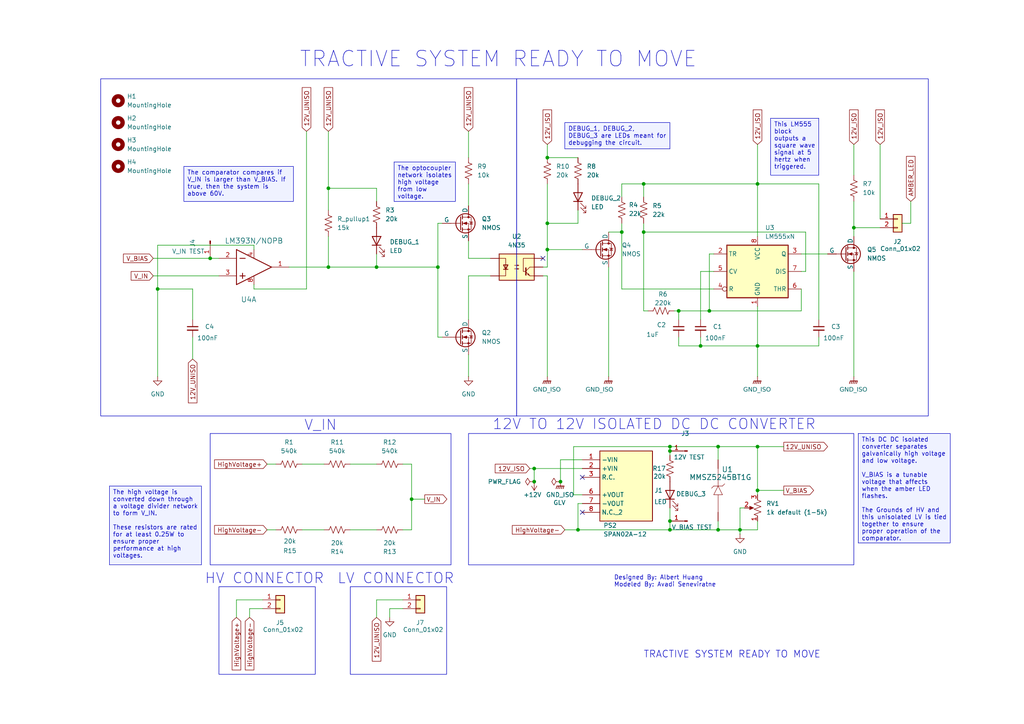
<source format=kicad_sch>
(kicad_sch (version 20231120) (generator "eeschema") (generator_version "8.0")
  (paper "A4")
  (lib_symbols
    (symbol "2025-02-03_19-55-47:LM393N_NOPB" (pin_names (offset 0.254) hide)
      (property "Reference" "U4" (at 3.556 -14.478 0))
      (property "Value" "LM393N/NOPB" (at 5.08 2.54 0))
      (symbol "LM393N_NOPB_1_1"
        (polyline (pts (xy 0 -10.16) (xy 10.16 -5.08)) (stroke (width 0.254)))
        (polyline (pts (xy 0 0) (xy 0 -10.16)) (stroke (width 0.254)))
        (polyline (pts (xy 0 0) (xy 10.16 -5.08)) (stroke (width 0.254)))
        (polyline (pts (xy 1.016 -7.62) (xy 2.54 -7.62)) (stroke (width 0.254)))
        (polyline (pts (xy 1.016 -2.54) (xy 2.54 -2.54)) (stroke (width 0.254)))
        (polyline (pts (xy 1.778 -6.858) (xy 1.778 -8.382)) (stroke (width 0.254)))
        (pin output line (at 15.24 -5.08 180) (length 5.08) (name "OUT") (number "1"))
        (pin input line (at -5.08 -2.54 0) (length 5.08) (name "IN-") (number "2"))
        (pin input line (at -5.08 -7.62 0) (length 5.08) (name "IN+") (number "3"))
        (pin input line (at 5.08 0 270) (length 2.54) (name "GND") (number "4"))
        (pin input line (at 5.08 -10.16 90) (length 2.54) (name "V+") (number "8"))
      )
      (symbol "LM393N_NOPB_1_2"
        (polyline (pts (xy 0 -10.16) (xy 10.16 -5.08)) (stroke (width 0.254)))
        (polyline (pts (xy 0 0) (xy 0 -10.16)) (stroke (width 0.254)))
        (polyline (pts (xy 0 0) (xy 10.16 -5.08)) (stroke (width 0.254)))
        (polyline (pts (xy 1.016 -7.62) (xy 2.54 -7.62)) (stroke (width 0.254)))
        (polyline (pts (xy 1.016 -2.54) (xy 2.54 -2.54)) (stroke (width 0.254)))
        (polyline (pts (xy 1.778 -6.858) (xy 1.778 -8.382)) (stroke (width 0.254)))
        (pin output line (at 15.24 -5.08 180) (length 5.08) (name "OUT") (number "1"))
        (pin input line (at -5.08 -2.54 0) (length 5.08) (name "IN-") (number "2"))
        (pin input line (at -5.08 -7.62 0) (length 5.08) (name "IN+") (number "3"))
      )
      (symbol "LM393N_NOPB_2_1"
        (polyline (pts (xy 0 -10.16) (xy 10.16 -5.08)) (stroke (width 0.254)))
        (polyline (pts (xy 0 0) (xy 0 -10.16)) (stroke (width 0.254)))
        (polyline (pts (xy 0 0) (xy 10.16 -5.08)) (stroke (width 0.254)))
        (polyline (pts (xy 1.016 -7.62) (xy 2.54 -7.62)) (stroke (width 0.254)))
        (polyline (pts (xy 1.016 -2.54) (xy 2.54 -2.54)) (stroke (width 0.254)))
        (polyline (pts (xy 1.778 -6.858) (xy 1.778 -8.382)) (stroke (width 0.254)))
        (polyline (pts (xy 5.08 -7.62) (xy 5.08 -10.16)) (stroke (width 0.254)))
        (polyline (pts (xy 5.08 0) (xy 5.08 -2.54)) (stroke (width 0.254)))
        (pin input line (at -5.08 -7.62 0) (length 5.08) (name "IN+") (number "5"))
        (pin input line (at -5.08 -2.54 0) (length 5.08) (name "IN-") (number "6"))
        (pin output line (at 15.24 -5.08 180) (length 5.08) (name "OUT") (number "7"))
      )
      (symbol "LM393N_NOPB_2_2"
        (polyline (pts (xy 0 -10.16) (xy 10.16 -5.08)) (stroke (width 0.254)))
        (polyline (pts (xy 0 0) (xy 0 -10.16)) (stroke (width 0.254)))
        (polyline (pts (xy 0 0) (xy 10.16 -5.08)) (stroke (width 0.254)))
        (polyline (pts (xy 1.016 -7.62) (xy 2.54 -7.62)) (stroke (width 0.254)))
        (polyline (pts (xy 1.016 -2.54) (xy 2.54 -2.54)) (stroke (width 0.254)))
        (polyline (pts (xy 1.778 -6.858) (xy 1.778 -8.382)) (stroke (width 0.254)))
        (pin input line (at -5.08 -7.62 0) (length 5.08) (name "IN+") (number "5"))
        (pin input line (at -5.08 -2.54 0) (length 5.08) (name "IN-") (number "6"))
        (pin output line (at 15.24 -5.08 180) (length 5.08) (name "OUT") (number "7"))
      )
    )
    (symbol "2025-02-06_09-51-02:MMSZ5245BT1G" (pin_numbers hide) (pin_names (offset 0.254) hide)
      (property "Reference" "U" (at 8.89 5.08 0))
      (property "Value" "MMSZ5245BT1G" (at 0 0 0))
      (symbol "MMSZ5245BT1G_0_1"
        (polyline (pts (xy 2.54 0) (xy 7.62 0)) (stroke (width 0.127)))
        (polyline (pts (xy 7.62 -1.27) (xy 7.62 1.27)) (stroke (width 0.127)))
        (polyline (pts (xy 7.62 -1.27) (xy 8.255 -1.905)) (stroke (width 0.127)))
        (polyline (pts (xy 7.62 1.27) (xy 6.985 1.905)) (stroke (width 0.127)))
        (polyline (pts (xy 10.16 -1.27) (xy 7.62 0)) (stroke (width 0.127)))
        (polyline (pts (xy 10.16 -1.27) (xy 10.16 1.27)) (stroke (width 0.127)))
        (polyline (pts (xy 10.16 1.27) (xy 7.62 0)) (stroke (width 0.127)))
        (polyline (pts (xy 15.24 0) (xy 10.16 0)) (stroke (width 0.127)))
        (pin unspecified line (at 0 0 0) (length 2.54) (name "CATHODE") (number "1"))
        (pin unspecified line (at 17.78 0 180) (length 2.54) (name "ANODE") (number "2"))
      )
    )
    (symbol "Connector:Conn_01x01_Pin" (pin_names (offset 1.016) hide)
      (property "Reference" "J" (at 0 2.54 0))
      (property "Value" "Conn_01x01_Pin" (at 0 -2.54 0))
      (symbol "Conn_01x01_Pin_1_1"
        (polyline (pts (xy 1.27 0) (xy 0.8636 0)) (stroke (width 0.1524)))
        (rectangle (start 0.8636 0.127) (end 0 -0.127) (stroke (width 0.1524)) (fill (type outline)))
        (pin passive line (at 5.08 0 180) (length 3.81) (name "Pin_1") (number "1"))
      )
    )
    (symbol "Connector_Generic:Conn_01x02" (pin_names (offset 1.016) hide)
      (property "Reference" "J" (at 0 2.54 0))
      (property "Value" "Conn_01x02" (at 0 -5.08 0))
      (symbol "Conn_01x02_1_1"
        (rectangle (start -1.27 -2.413) (end 0 -2.667) (stroke (width 0.1524)))
        (rectangle (start -1.27 0.127) (end 0 -0.127) (stroke (width 0.1524)))
        (rectangle (start -1.27 1.27) (end 1.27 -3.81) (stroke (width 0.254)) (fill (type background)))
        (pin passive line (at -5.08 0 0) (length 3.81) (name "Pin_1") (number "1"))
        (pin passive line (at -5.08 -2.54 0) (length 3.81) (name "Pin_2") (number "2"))
      )
    )
    (symbol "Device:C_Small" (pin_numbers hide) (pin_names (offset 0.254) hide)
      (property "Reference" "C" (at 0.254 1.778 0))
      (property "Value" "C_Small" (at 0.254 -2.032 0))
      (symbol "C_Small_0_1"
        (polyline (pts (xy -1.524 -0.508) (xy 1.524 -0.508)) (stroke (width 0.3302)))
        (polyline (pts (xy -1.524 0.508) (xy 1.524 0.508)) (stroke (width 0.3048)))
      )
      (symbol "C_Small_1_1"
        (pin passive line (at 0 2.54 270) (length 2.032) (name "~") (number "1"))
        (pin passive line (at 0 -2.54 90) (length 2.032) (name "~") (number "2"))
      )
    )
    (symbol "Device:LED" (pin_numbers hide) (pin_names (offset 1.016) hide)
      (property "Reference" "D" (at 0 2.54 0))
      (property "Value" "LED" (at 0 -2.54 0))
      (symbol "LED_0_1"
        (polyline (pts (xy -1.27 -1.27) (xy -1.27 1.27)) (stroke (width 0.254)))
        (polyline (pts (xy -1.27 0) (xy 1.27 0)))
        (polyline (pts (xy 1.27 -1.27) (xy 1.27 1.27) (xy -1.27 0) (xy 1.27 -1.27)) (stroke (width 0.254)))
        (polyline (pts (xy -3.048 -0.762) (xy -4.572 -2.286) (xy -3.81 -2.286) (xy -4.572 -2.286) (xy -4.572 -1.524)))
        (polyline (pts (xy -1.778 -0.762) (xy -3.302 -2.286) (xy -2.54 -2.286) (xy -3.302 -2.286) (xy -3.302 -1.524)))
      )
      (symbol "LED_1_1"
        (pin passive line (at -3.81 0 0) (length 2.54) (name "K") (number "1"))
        (pin passive line (at 3.81 0 180) (length 2.54) (name "A") (number "2"))
      )
    )
    (symbol "Device:R_Potentiometer_US" (pin_names (offset 1.016) hide)
      (property "Reference" "RV" (at -4.445 0 90))
      (property "Value" "R_Potentiometer_US" (at -2.54 0 90))
      (symbol "R_Potentiometer_US_0_1"
        (polyline (pts (xy 0 -2.286) (xy 0 -2.54)))
        (polyline (pts (xy 0 2.54) (xy 0 2.286)))
        (polyline (pts (xy 2.54 0) (xy 1.524 0)))
        (polyline (pts (xy 1.143 0) (xy 2.286 0.508) (xy 2.286 -0.508) (xy 1.143 0)) (fill (type outline)))
        (polyline (pts (xy 0 -0.762) (xy 1.016 -1.143) (xy 0 -1.524) (xy -1.016 -1.905) (xy 0 -2.286)))
        (polyline (pts (xy 0 0.762) (xy 1.016 0.381) (xy 0 0) (xy -1.016 -0.381) (xy 0 -0.762)))
        (polyline (pts (xy 0 2.286) (xy 1.016 1.905) (xy 0 1.524) (xy -1.016 1.143) (xy 0 0.762)))
      )
      (symbol "R_Potentiometer_US_1_1"
        (pin passive line (at 0 3.81 270) (length 1.27) (name "1") (number "1"))
        (pin passive line (at 3.81 0 180) (length 1.27) (name "2") (number "2"))
        (pin passive line (at 0 -3.81 90) (length 1.27) (name "3") (number "3"))
      )
    )
    (symbol "Device:R_US" (pin_numbers hide) (pin_names (offset 0))
      (property "Reference" "R" (at 2.54 0 90))
      (property "Value" "R_US" (at -2.54 0 90))
      (symbol "R_US_0_1"
        (polyline (pts (xy 0 -2.286) (xy 0 -2.54)))
        (polyline (pts (xy 0 2.286) (xy 0 2.54)))
        (polyline (pts (xy 0 -0.762) (xy 1.016 -1.143) (xy 0 -1.524) (xy -1.016 -1.905) (xy 0 -2.286)))
        (polyline (pts (xy 0 0.762) (xy 1.016 0.381) (xy 0 0) (xy -1.016 -0.381) (xy 0 -0.762)))
        (polyline (pts (xy 0 2.286) (xy 1.016 1.905) (xy 0 1.524) (xy -1.016 1.143) (xy 0 0.762)))
      )
      (symbol "R_US_1_1"
        (pin passive line (at 0 3.81 270) (length 1.27) (name "~") (number "1"))
        (pin passive line (at 0 -3.81 90) (length 1.27) (name "~") (number "2"))
      )
    )
    (symbol "Isolator:4N35" (pin_numbers hide) (pin_names (offset 1.016))
      (property "Reference" "U" (at -5.08 5.08 0))
      (property "Value" "4N35" (at 0 5.08 0))
      (symbol "4N35_0_1"
        (rectangle (start -5.08 3.81) (end 5.08 -3.81) (stroke (width 0.254)) (fill (type background)))
        (polyline (pts (xy -3.81 -0.635) (xy -2.54 -0.635)) (stroke (width 0.254)))
        (polyline (pts (xy 2.667 -1.397) (xy 3.81 -2.54)))
        (polyline (pts (xy 2.667 -1.143) (xy 3.81 0)))
        (polyline (pts (xy 3.81 -2.54) (xy 5.08 -2.54)))
        (polyline (pts (xy 3.81 0) (xy 5.08 0)))
        (polyline (pts (xy 2.667 -0.254) (xy 2.667 -2.286) (xy 2.667 -2.286)) (stroke (width 0.3556)))
        (polyline (pts (xy -5.08 -2.54) (xy -3.175 -2.54) (xy -3.175 2.54) (xy -5.08 2.54)))
        (polyline (pts (xy -3.175 -0.635) (xy -3.81 0.635) (xy -2.54 0.635) (xy -3.175 -0.635)) (stroke (width 0.254)))
        (polyline (pts (xy 3.683 -2.413) (xy 3.429 -1.905) (xy 3.175 -2.159) (xy 3.683 -2.413)))
        (polyline (pts (xy 5.08 2.54) (xy 1.905 2.54) (xy 1.905 -1.27) (xy 2.54 -1.27)))
        (polyline (pts (xy -0.635 -0.508) (xy 0.635 -0.508) (xy 0.254 -0.635) (xy 0.254 -0.381) (xy 0.635 -0.508)))
        (polyline (pts (xy -0.635 0.508) (xy 0.635 0.508) (xy 0.254 0.381) (xy 0.254 0.635) (xy 0.635 0.508)))
      )
      (symbol "4N35_1_1"
        (pin passive line (at -7.62 2.54 0) (length 2.54) (name "~") (number "1"))
        (pin passive line (at -7.62 -2.54 0) (length 2.54) (name "~") (number "2"))
        (pin no_connect line (at -5.08 0 0) (length 2.54) hide (name "NC") (number "3"))
        (pin passive line (at 7.62 -2.54 180) (length 2.54) (name "~") (number "4"))
        (pin passive line (at 7.62 0 180) (length 2.54) (name "~") (number "5"))
        (pin passive line (at 7.62 2.54 180) (length 2.54) (name "~") (number "6"))
      )
    )
    (symbol "Mechanical:MountingHole" (pin_names (offset 1.016)) (exclude_from_sim yes) (in_bom no)
      (property "Reference" "H" (at 0 5.08 0))
      (property "Value" "MountingHole" (at 0 3.175 0))
      (symbol "MountingHole_0_1"
        (circle (center 0 0) (radius 1.27) (stroke (width 1.27)))
      )
    )
    (symbol "SPAN02A-12:SPAN02A-12"
      (property "Reference" "PS2" (at 6.096 -19.05 0))
      (property "Value" "SPAN02A-12" (at 6.096 -21.59 0))
      (symbol "SPAN02A-12_1_1"
        (rectangle (start 5.08 2.54) (end 20.32 -17.78) (stroke (width 0.254)) (fill (type background)))
        (pin passive line (at 0 0 0) (length 5.08) (name "-VIN") (number "1"))
        (pin passive line (at 0 -2.54 0) (length 5.08) (name "+VIN") (number "2"))
        (pin passive line (at 0 -5.08 0) (length 5.08) (name "R.C.") (number "3"))
        (pin passive line (at 0 -10.16 0) (length 5.08) (name "+VOUT") (number "6"))
        (pin passive line (at 0 -12.7 0) (length 5.08) (name "-VOUT") (number "7"))
        (pin passive line (at 0 -15.24 0) (length 5.08) (name "N.C._2") (number "8"))
      )
    )
    (symbol "Simulation_SPICE:NMOS" (pin_numbers hide) (pin_names (offset 0))
      (property "Reference" "Q" (at 5.08 1.27 0))
      (property "Value" "NMOS" (at 5.08 -1.27 0))
      (symbol "NMOS_0_1"
        (polyline (pts (xy 0.254 0) (xy -2.54 0)))
        (polyline (pts (xy 0.254 1.905) (xy 0.254 -1.905)) (stroke (width 0.254)))
        (polyline (pts (xy 0.762 -1.27) (xy 0.762 -2.286)) (stroke (width 0.254)))
        (polyline (pts (xy 0.762 0.508) (xy 0.762 -0.508)) (stroke (width 0.254)))
        (polyline (pts (xy 0.762 2.286) (xy 0.762 1.27)) (stroke (width 0.254)))
        (polyline (pts (xy 2.54 2.54) (xy 2.54 1.778)))
        (polyline (pts (xy 2.54 -2.54) (xy 2.54 0) (xy 0.762 0)))
        (polyline (pts (xy 0.762 -1.778) (xy 3.302 -1.778) (xy 3.302 1.778) (xy 0.762 1.778)))
        (polyline (pts (xy 1.016 0) (xy 2.032 0.381) (xy 2.032 -0.381) (xy 1.016 0)) (fill (type outline)))
        (polyline (pts (xy 2.794 0.508) (xy 2.921 0.381) (xy 3.683 0.381) (xy 3.81 0.254)))
        (polyline (pts (xy 3.302 0.381) (xy 2.921 -0.254) (xy 3.683 -0.254) (xy 3.302 0.381)))
        (circle (center 1.651 0) (radius 2.794) (stroke (width 0.254)))
        (circle (center 2.54 -1.778) (radius 0.254) (fill (type outline)))
        (circle (center 2.54 1.778) (radius 0.254) (fill (type outline)))
      )
      (symbol "NMOS_1_1"
        (pin passive line (at 2.54 5.08 270) (length 2.54) (name "D") (number "1"))
        (pin input line (at -5.08 0 0) (length 2.54) (name "G") (number "2"))
        (pin passive line (at 2.54 -5.08 90) (length 2.54) (name "S") (number "3"))
      )
    )
    (symbol "Timer:LM555xN"
      (property "Reference" "U" (at -10.16 8.89 0))
      (property "Value" "LM555xN" (at 2.54 8.89 0))
      (symbol "LM555xN_0_0"
        (pin power_in line (at 0 -10.16 90) (length 2.54) (name "GND") (number "1"))
        (pin power_in line (at 0 10.16 270) (length 2.54) (name "VCC") (number "8"))
      )
      (symbol "LM555xN_0_1"
        (rectangle (start -8.89 -7.62) (end 8.89 7.62) (stroke (width 0.254)) (fill (type background)))
        (rectangle (start -8.89 -7.62) (end 8.89 7.62) (stroke (width 0.254)) (fill (type background)))
      )
      (symbol "LM555xN_1_1"
        (pin input line (at -12.7 5.08 0) (length 3.81) (name "TR") (number "2"))
        (pin output line (at 12.7 5.08 180) (length 3.81) (name "Q") (number "3"))
        (pin input inverted (at -12.7 -5.08 0) (length 3.81) (name "R") (number "4"))
        (pin input line (at -12.7 0 0) (length 3.81) (name "CV") (number "5"))
        (pin input line (at 12.7 -5.08 180) (length 3.81) (name "THR") (number "6"))
        (pin input line (at 12.7 0 180) (length 3.81) (name "DIS") (number "7"))
      )
    )
    (symbol "power:+12V" (power) (pin_numbers hide) (pin_names (offset 0) hide)
      (property "Value" "+12V" (at 0 3.556 0))
      (symbol "+12V_0_1"
        (polyline (pts (xy -0.762 1.27) (xy 0 2.54)))
        (polyline (pts (xy 0 0) (xy 0 2.54)))
        (polyline (pts (xy 0 2.54) (xy 0.762 1.27)))
      )
      (symbol "+12V_1_1"
        (pin power_in line (at 0 0 90) (length 0) (name "~") (number "1"))
      )
    )
    (symbol "power:GND" (power) (pin_numbers hide) (pin_names (offset 0) hide)
      (property "Value" "GND" (at 0 -3.81 0))
      (symbol "GND_0_1"
        (polyline (pts (xy 0 0) (xy 0 -1.27) (xy 1.27 -1.27) (xy 0 -2.54) (xy -1.27 -1.27) (xy 0 -1.27)))
      )
      (symbol "GND_1_1"
        (pin power_in line (at 0 0 270) (length 0) (name "~") (number "1"))
      )
    )
    (symbol "power:GNDPWR" (power) (pin_numbers hide) (pin_names (offset 0) hide)
      (property "Value" "GNDPWR" (at 0 -3.302 0))
      (symbol "GNDPWR_0_1"
        (polyline (pts (xy 0 -1.27) (xy 0 0)))
        (polyline (pts (xy -1.016 -1.27) (xy -1.27 -2.032) (xy -1.27 -2.032)) (stroke (width 0.2032)))
        (polyline (pts (xy -0.508 -1.27) (xy -0.762 -2.032) (xy -0.762 -2.032)) (stroke (width 0.2032)))
        (polyline (pts (xy 0 -1.27) (xy -0.254 -2.032) (xy -0.254 -2.032)) (stroke (width 0.2032)))
        (polyline (pts (xy 0.508 -1.27) (xy 0.254 -2.032) (xy 0.254 -2.032)) (stroke (width 0.2032)))
        (polyline (pts (xy 1.016 -1.27) (xy -1.016 -1.27) (xy -1.016 -1.27)) (stroke (width 0.2032)))
        (polyline (pts (xy 1.016 -1.27) (xy 0.762 -2.032) (xy 0.762 -2.032) (xy 0.762 -2.032)) (stroke (width 0.2032)))
      )
      (symbol "GNDPWR_1_1"
        (pin power_in line (at 0 0 270) (length 0) (name "~") (number "1"))
      )
    )
    (symbol "power:PWR_FLAG" (power) (pin_numbers hide) (pin_names (offset 0) hide)
      (property "Value" "PWR_FLAG" (at 0 3.81 0))
      (symbol "PWR_FLAG_0_0"
        (pin power_out line (at 0 0 90) (length 0) (name "~") (number "1"))
      )
      (symbol "PWR_FLAG_0_1"
        (polyline (pts (xy 0 0) (xy 0 1.27) (xy -1.016 1.905) (xy 0 2.54) (xy 1.016 1.905) (xy 0 1.27)))
      )
    )
  )
  (junction (at 95.25 77.47))
  (junction (at 154.94 135.89))
  (junction (at 158.75 64.77))
  (junction (at 196.85 90.17))
  (junction (at 194.31 153.67))
  (junction (at 60.96 74.93))
  (junction (at 95.25 54.61))
  (junction (at 208.28 153.67))
  (junction (at 247.65 66.04))
  (junction (at 205.74 90.17))
  (junction (at 167.64 153.67))
  (junction (at 127 77.47))
  (junction (at 203.2 100.33))
  (junction (at 186.69 53.34))
  (junction (at 194.31 130.81))
  (junction (at 219.71 142.24))
  (junction (at 186.69 67.31))
  (junction (at 219.71 100.33))
  (junction (at 158.75 45.72))
  (junction (at 194.31 151.13))
  (junction (at 158.75 72.39))
  (junction (at 214.63 153.67))
  (junction (at 162.56 139.7))
  (junction (at 180.34 67.31))
  (junction (at 109.22 77.47))
  (junction (at 219.71 129.54))
  (junction (at 208.28 129.54))
  (junction (at 45.72 83.82))
  (junction (at 154.94 139.7))
  (junction (at 219.71 53.34))
  (junction (at 194.31 129.54))
  (junction (at 119.38 144.78))
  (no_connect (at 168.91 148.59))
  (no_connect (at 168.91 138.43))
  (no_connect (at 157.48 74.93))
  (wire (pts (xy 83.82 77.47) (xy 95.25 77.47)))
  (wire (pts (xy 207.01 73.66) (xy 205.74 73.66)))
  (wire (pts (xy 214.63 147.32) (xy 214.63 153.67)))
  (wire (pts (xy 157.48 77.47) (xy 158.75 77.47)))
  (wire (pts (xy 135.89 53.34) (xy 135.89 59.69)))
  (wire (pts (xy 109.22 73.66) (xy 109.22 77.47)))
  (wire (pts (xy 80.01 153.67) (xy 77.47 153.67)))
  (wire (pts (xy 88.9 83.82) (xy 88.9 38.1)))
  (wire (pts (xy 45.72 71.12) (xy 45.72 83.82)))
  (wire (pts (xy 203.2 97.79) (xy 203.2 100.33)))
  (wire (pts (xy 135.89 80.01) (xy 135.89 92.71)))
  (polyline (pts (xy 149.86 22.86) (xy 149.86 120.65)))
  (wire (pts (xy 219.71 53.34) (xy 219.71 68.58)))
  (wire (pts (xy 205.74 73.66) (xy 205.74 90.17)))
  (wire (pts (xy 180.34 67.31) (xy 180.34 83.82)))
  (wire (pts (xy 73.66 71.12) (xy 73.66 72.39)))
  (wire (pts (xy 128.27 64.77) (xy 127 64.77)))
  (wire (pts (xy 119.38 144.78) (xy 123.19 144.78)))
  (wire (pts (xy 68.58 179.07) (xy 68.58 173.99)))
  (wire (pts (xy 237.49 53.34) (xy 219.71 53.34)))
  (wire (pts (xy 167.64 146.05) (xy 167.64 153.67)))
  (wire (pts (xy 109.22 77.47) (xy 127 77.47)))
  (wire (pts (xy 158.75 64.77) (xy 167.64 64.77)))
  (wire (pts (xy 101.6 134.62) (xy 109.22 134.62)))
  (wire (pts (xy 72.39 179.07) (xy 72.39 176.53)))
  (wire (pts (xy 208.28 153.67) (xy 214.63 153.67)))
  (wire (pts (xy 73.66 71.12) (xy 45.72 71.12)))
  (wire (pts (xy 158.75 64.77) (xy 158.75 72.39)))
  (wire (pts (xy 196.85 100.33) (xy 196.85 97.79)))
  (wire (pts (xy 219.71 142.24) (xy 219.71 143.51)))
  (wire (pts (xy 166.37 143.51) (xy 166.37 129.54)))
  (wire (pts (xy 154.94 135.89) (xy 154.94 139.7)))
  (wire (pts (xy 194.31 153.67) (xy 208.28 153.67)))
  (wire (pts (xy 208.28 151.13) (xy 208.28 153.67)))
  (wire (pts (xy 162.56 133.35) (xy 162.56 139.7)))
  (wire (pts (xy 142.24 80.01) (xy 135.89 80.01)))
  (wire (pts (xy 116.84 134.62) (xy 119.38 134.62)))
  (wire (pts (xy 186.69 53.34) (xy 186.69 57.15)))
  (wire (pts (xy 219.71 129.54) (xy 219.71 142.24)))
  (wire (pts (xy 93.98 153.67) (xy 87.63 153.67)))
  (wire (pts (xy 203.2 100.33) (xy 219.71 100.33)))
  (wire (pts (xy 255.27 41.91) (xy 255.27 63.5)))
  (wire (pts (xy 233.68 78.74) (xy 233.68 67.31)))
  (wire (pts (xy 168.91 143.51) (xy 166.37 143.51)))
  (wire (pts (xy 207.01 78.74) (xy 203.2 78.74)))
  (wire (pts (xy 180.34 53.34) (xy 186.69 53.34)))
  (wire (pts (xy 158.75 80.01) (xy 158.75 109.22)))
  (wire (pts (xy 219.71 151.13) (xy 219.71 153.67)))
  (wire (pts (xy 167.64 60.96) (xy 167.64 64.77)))
  (wire (pts (xy 247.65 41.91) (xy 247.65 50.8)))
  (wire (pts (xy 194.31 129.54) (xy 194.31 130.81)))
  (wire (pts (xy 232.41 83.82) (xy 232.41 90.17)))
  (wire (pts (xy 237.49 92.71) (xy 237.49 53.34)))
  (wire (pts (xy 195.58 90.17) (xy 196.85 90.17)))
  (wire (pts (xy 180.34 83.82) (xy 207.01 83.82)))
  (wire (pts (xy 158.75 72.39) (xy 158.75 77.47)))
  (wire (pts (xy 176.53 67.31) (xy 180.34 67.31)))
  (wire (pts (xy 77.47 134.62) (xy 80.01 134.62)))
  (wire (pts (xy 186.69 90.17) (xy 187.96 90.17)))
  (wire (pts (xy 219.71 100.33) (xy 219.71 109.22)))
  (wire (pts (xy 154.94 135.89) (xy 168.91 135.89)))
  (wire (pts (xy 219.71 53.34) (xy 186.69 53.34)))
  (wire (pts (xy 219.71 129.54) (xy 227.33 129.54)))
  (wire (pts (xy 247.65 58.42) (xy 247.65 66.04)))
  (wire (pts (xy 158.75 45.72) (xy 167.64 45.72)))
  (wire (pts (xy 157.48 80.01) (xy 158.75 80.01)))
  (polyline (pts (xy 149.86 22.86) (xy 149.86 120.65)))
  (wire (pts (xy 194.31 151.13) (xy 194.31 153.67)))
  (wire (pts (xy 87.63 134.62) (xy 93.98 134.62)))
  (wire (pts (xy 95.25 54.61) (xy 95.25 60.96)))
  (wire (pts (xy 247.65 78.74) (xy 247.65 109.22)))
  (wire (pts (xy 135.89 69.85) (xy 135.89 74.93)))
  (wire (pts (xy 219.71 41.91) (xy 219.71 53.34)))
  (wire (pts (xy 163.83 153.67) (xy 167.64 153.67)))
  (wire (pts (xy 205.74 90.17) (xy 232.41 90.17)))
  (wire (pts (xy 166.37 129.54) (xy 194.31 129.54)))
  (wire (pts (xy 162.56 133.35) (xy 168.91 133.35)))
  (wire (pts (xy 158.75 53.34) (xy 158.75 64.77)))
  (wire (pts (xy 109.22 179.07) (xy 109.22 173.99)))
  (wire (pts (xy 168.91 146.05) (xy 167.64 146.05)))
  (wire (pts (xy 68.58 173.99) (xy 76.2 173.99)))
  (wire (pts (xy 101.6 153.67) (xy 109.22 153.67)))
  (wire (pts (xy 135.89 102.87) (xy 135.89 109.22)))
  (wire (pts (xy 203.2 78.74) (xy 203.2 92.71)))
  (wire (pts (xy 237.49 100.33) (xy 237.49 97.79)))
  (wire (pts (xy 73.66 82.55) (xy 73.66 83.82)))
  (wire (pts (xy 158.75 41.91) (xy 158.75 45.72)))
  (wire (pts (xy 180.34 64.77) (xy 180.34 67.31)))
  (wire (pts (xy 186.69 67.31) (xy 186.69 64.77)))
  (wire (pts (xy 219.71 153.67) (xy 214.63 153.67)))
  (wire (pts (xy 113.03 179.07) (xy 113.03 176.53)))
  (wire (pts (xy 208.28 129.54) (xy 208.28 133.35)))
  (wire (pts (xy 167.64 153.67) (xy 194.31 153.67)))
  (wire (pts (xy 219.71 100.33) (xy 237.49 100.33)))
  (wire (pts (xy 196.85 90.17) (xy 205.74 90.17)))
  (wire (pts (xy 55.88 97.79) (xy 55.88 104.14)))
  (wire (pts (xy 95.25 38.1) (xy 95.25 54.61)))
  (wire (pts (xy 73.66 83.82) (xy 88.9 83.82)))
  (wire (pts (xy 135.89 38.1) (xy 135.89 45.72)))
  (wire (pts (xy 45.72 83.82) (xy 55.88 83.82)))
  (wire (pts (xy 127 77.47) (xy 127 97.79)))
  (wire (pts (xy 194.31 147.32) (xy 194.31 151.13)))
  (wire (pts (xy 247.65 66.04) (xy 247.65 68.58)))
  (wire (pts (xy 180.34 57.15) (xy 180.34 53.34)))
  (wire (pts (xy 261.62 64.77) (xy 264.16 64.77)))
  (wire (pts (xy 153.67 135.89) (xy 154.94 135.89)))
  (wire (pts (xy 119.38 144.78) (xy 119.38 153.67)))
  (wire (pts (xy 247.65 66.04) (xy 255.27 66.04)))
  (wire (pts (xy 119.38 153.67) (xy 116.84 153.67)))
  (wire (pts (xy 194.31 130.81) (xy 194.31 132.08)))
  (wire (pts (xy 128.27 97.79) (xy 127 97.79)))
  (wire (pts (xy 95.25 77.47) (xy 109.22 77.47)))
  (wire (pts (xy 135.89 74.93) (xy 142.24 74.93)))
  (wire (pts (xy 45.72 83.82) (xy 45.72 109.22)))
  (wire (pts (xy 232.41 73.66) (xy 240.03 73.66)))
  (wire (pts (xy 186.69 67.31) (xy 186.69 90.17)))
  (wire (pts (xy 109.22 58.42) (xy 109.22 54.61)))
  (wire (pts (xy 158.75 72.39) (xy 168.91 72.39)))
  (wire (pts (xy 196.85 92.71) (xy 196.85 90.17)))
  (wire (pts (xy 60.96 74.93) (xy 63.5 74.93)))
  (wire (pts (xy 176.53 77.47) (xy 176.53 109.22)))
  (wire (pts (xy 186.69 67.31) (xy 233.68 67.31)))
  (wire (pts (xy 119.38 134.62) (xy 119.38 144.78)))
  (wire (pts (xy 95.25 68.58) (xy 95.25 77.47)))
  (wire (pts (xy 215.9 147.32) (xy 214.63 147.32)))
  (wire (pts (xy 208.28 129.54) (xy 219.71 129.54)))
  (wire (pts (xy 264.16 64.77) (xy 264.16 58.42)))
  (wire (pts (xy 95.25 54.61) (xy 109.22 54.61)))
  (wire (pts (xy 196.85 100.33) (xy 203.2 100.33)))
  (wire (pts (xy 72.39 176.53) (xy 76.2 176.53)))
  (wire (pts (xy 232.41 78.74) (xy 233.68 78.74)))
  (wire (pts (xy 219.71 88.9) (xy 219.71 100.33)))
  (wire (pts (xy 44.45 74.93) (xy 60.96 74.93)))
  (wire (pts (xy 194.31 129.54) (xy 208.28 129.54)))
  (wire (pts (xy 127 64.77) (xy 127 77.47)))
  (wire (pts (xy 109.22 173.99) (xy 116.84 173.99)))
  (wire (pts (xy 44.45 80.01) (xy 63.5 80.01)))
  (wire (pts (xy 113.03 176.53) (xy 116.84 176.53)))
  (wire (pts (xy 55.88 83.82) (xy 55.88 92.71)))
  (wire (pts (xy 219.71 142.24) (xy 227.33 142.24)))
  (wire (pts (xy 214.63 153.67) (xy 214.63 154.94)))
  (rectangle (start 135.89 125.73) (end 247.65 163.83))
  (rectangle (start 63.5 170.18) (end 91.44 195.58))
  (rectangle (start 29.21 22.86) (end 269.24 120.65))
  (rectangle (start 101.6 170.18) (end 129.54 195.58))
  (rectangle (start 60.96 125.73) (end 130.81 163.83))
  (text_box "This DC DC isolated converter separates galvanically high voltage and low voltage.\n\nV_BIAS is a tunable voltage that affects when the amber LED flashes.\n\nThe Grounds of HV and this unisolated LV is tied together to ensure proper operation of the comparator." (at 248.92 125.73 0) (size 26.67 31.75) (fill (type color) (color 239 242 255 1)) (effects (font (size 1.27 1.27)) (justify left top)))
  (text_box "The comparator compares if V_IN is larger than V_BIAS. If true, then the system is above 60V." (at 53.34 48.26 0) (size 31.75 10.16) (fill (type color) (color 239 242 255 1)) (effects (font (size 1.27 1.27)) (justify left top)))
  (text_box "The high voltage is converted down through a voltage divider network to form V_IN. \n\nThese resistors are rated for at least 0.25W to ensure proper performance at high voltages." (at 31.75 140.97 0) (size 26.67 22.86) (fill (type color) (color 239 242 255 1)) (effects (font (size 1.27 1.27)) (justify left top)))
  (text_box "This LM555 block outputs a square wave signal at 5 hertz when triggered." (at 223.52 34.29 0) (size 13.97 16.51) (fill (type color) (color 239 242 255 1)) (effects (font (size 1.27 1.27)) (justify left top)))
  (text_box "DEBUG_1, DEBUG_2, DEBUG_3 are LEDs meant for debugging the circuit.\n" (at 163.83 35.56 0) (size 30.48 7.62) (fill (type color) (color 239 242 255 1)) (effects (font (size 1.27 1.27)) (justify left top)))
  (text_box "The optocoupler network isolates high voltage from low voltage." (at 114.3 46.99 0) (size 17.78 11.43) (fill (type color) (color 239 242 255 1)) (effects (font (size 1.27 1.27)) (justify left top)))
  (text "12V TO 12V ISOLATED DC DC CONVERTER" (at 189.738 123.19 0) (effects (font (size 3 3))))
  (text "V_IN\n" (at 92.964 123.444 0) (effects (font (size 3 3))))
  (text "TRACTIVE SYSTEM READY TO MOVE\n\n" (at 212.344 191.516 0) (effects (font (size 2 2))))
  (text "LV CONNECTOR" (at 114.808 167.894 0) (effects (font (size 3 3))))
  (text "TRACTIVE SYSTEM READY TO MOVE" (at 144.526 17.272 0) (effects (font (size 4.5 4.5))))
  (text "Designed By: Albert Huang\nModeled By: Avadi Seneviratne" (at 178.054 168.656 0) (effects (font (size 1.27 1.27)) (justify left)))
  (text "HV CONNECTOR" (at 76.708 167.894 0) (effects (font (size 3 3))))
  (global_label "12V_ISO" (shape input) (at 247.65 41.91 90) (property "Intersheetrefs" "${INTERSHEET_REFS}" (effects (hide yes))))
  (global_label "12V_UNISO" (shape input) (at 88.9 38.1 90) (property "Intersheetrefs" "${INTERSHEET_REFS}" (effects (hide yes))))
  (global_label "12V_ISO" (shape input) (at 153.67 135.89 180) (property "Intersheetrefs" "${INTERSHEET_REFS}" (effects (hide yes))))
  (global_label "12V_ISO" (shape input) (at 219.71 41.91 90) (property "Intersheetrefs" "${INTERSHEET_REFS}" (effects (hide yes))))
  (global_label "12V_UNISO" (shape input) (at 135.89 38.1 90) (property "Intersheetrefs" "${INTERSHEET_REFS}" (effects (hide yes))))
  (global_label "HighVoltage+" (shape input) (at 68.58 179.07 270) (property "Intersheetrefs" "${INTERSHEET_REFS}" (effects (hide yes))))
  (global_label "12V_UNISO" (shape input) (at 95.25 38.1 90) (property "Intersheetrefs" "${INTERSHEET_REFS}" (effects (hide yes))))
  (global_label "12V_UNISO" (shape output) (at 227.33 129.54 0) (property "Intersheetrefs" "${INTERSHEET_REFS}" (effects (hide yes))))
  (global_label "12V_UNISO" (shape input) (at 55.88 104.14 270) (property "Intersheetrefs" "${INTERSHEET_REFS}" (effects (hide yes))))
  (global_label "12V_ISO" (shape input) (at 158.75 41.91 90) (property "Intersheetrefs" "${INTERSHEET_REFS}" (effects (hide yes))))
  (global_label "V_IN" (shape output) (at 123.19 144.78 0) (property "Intersheetrefs" "${INTERSHEET_REFS}" (effects (hide yes))))
  (global_label "AMBER_LED" (shape input) (at 264.16 58.42 90) (property "Intersheetrefs" "${INTERSHEET_REFS}" (effects (hide yes))))
  (global_label "HighVoltage-" (shape input) (at 163.83 153.67 180) (property "Intersheetrefs" "${INTERSHEET_REFS}" (effects (hide yes))))
  (global_label "HighVoltage+" (shape input) (at 77.47 134.62 180) (property "Intersheetrefs" "${INTERSHEET_REFS}" (effects (hide yes))))
  (global_label "12V_UNISO" (shape input) (at 109.22 179.07 270) (property "Intersheetrefs" "${INTERSHEET_REFS}" (effects (hide yes))))
  (global_label "V_BIAS" (shape input) (at 44.45 74.93 180) (property "Intersheetrefs" "${INTERSHEET_REFS}" (effects (hide yes))))
  (global_label "HighVoltage-" (shape input) (at 72.39 179.07 270) (property "Intersheetrefs" "${INTERSHEET_REFS}" (effects (hide yes))))
  (global_label "V_BIAS" (shape output) (at 227.33 142.24 0) (property "Intersheetrefs" "${INTERSHEET_REFS}" (effects (hide yes))))
  (global_label "HighVoltage-" (shape input) (at 77.47 153.67 180) (property "Intersheetrefs" "${INTERSHEET_REFS}" (effects (hide yes))))
  (global_label "12V_ISO" (shape input) (at 255.27 41.91 90) (property "Intersheetrefs" "${INTERSHEET_REFS}" (effects (hide yes))))
  (global_label "V_IN" (shape input) (at 44.45 80.01 180) (property "Intersheetrefs" "${INTERSHEET_REFS}" (effects (hide yes))))
  (symbol (lib_id "Device:C_Small") (at 55.88 95.25 0) (unit 1)
    (property "Reference" "C4" (at 59.436 94.742 0) (effects (justify left)))
    (property "Value" "100nF" (at 57.15 98.044 0) (effects (justify left)))
    (property "Footprint" "Capacitor_SMD:C_0805_2012Metric" (effects (hide yes)))
    (property "Description" "Unpolarized capacitor, small symbol" (effects (hide yes)))
  )
  (symbol (lib_id "Device:LED") (at 109.22 69.85 90) (unit 1)
    (property "Reference" "DEBUG_1" (at 113.03 70.1674 90) (effects (justify right)))
    (property "Value" "LED" (at 113.03 72.7074 90) (effects (justify right)))
    (property "Footprint" "LED_THT:LED_D5.0mm" (effects (hide yes)))
    (property "Description" "Light emitting diode" (effects (hide yes)))
  )
  (symbol (lib_id "Device:R_US") (at 180.34 60.96 0) (unit 1)
    (property "Reference" "R4" (at 182.372 59.436 0) (effects (justify left)))
    (property "Value" "22k" (at 182.372 61.976 0) (effects (justify left)))
    (property "Footprint" "Resistor_SMD:R_0805_2012Metric" (effects (hide yes)))
    (property "Description" "Resistor, US symbol" (effects (hide yes)))
  )
  (symbol (lib_id "Device:R_US") (at 186.69 60.96 0) (unit 1)
    (property "Reference" "R5" (at 189.23 59.6899 0) (effects (justify left)))
    (property "Value" "22k" (at 189.23 62.2299 0) (effects (justify left)))
    (property "Footprint" "Resistor_SMD:R_0805_2012Metric" (effects (hide yes)))
    (property "Description" "Resistor, US symbol" (effects (hide yes)))
  )
  (symbol (lib_id "power:GNDPWR") (at 158.75 109.22 0) (unit 1)
    (property "Reference" "#PWR02" (effects (hide yes)))
    (property "Value" "GND_ISO" (at 158.623 113.03 0))
    (property "Description" "Power symbol creates a global label with name \"GNDPWR\" , global ground" (effects (hide yes)))
  )
  (symbol (lib_id "Mechanical:MountingHole") (at 34.29 35.56 0) (unit 1) (exclude_from_sim yes) (in_bom no)
    (property "Reference" "H2" (at 36.83 34.2899 0) (effects (justify left)))
    (property "Value" "MountingHole" (at 36.83 36.8299 0) (effects (justify left)))
    (property "Footprint" "MountingHole:MountingHole_3.2mm_M3" (effects (hide yes)))
    (property "Description" "Mounting Hole without connection" (effects (hide yes)))
  )
  (symbol (lib_id "Connector_Generic:Conn_01x02") (at 81.28 173.99 0) (unit 1)
    (property "Reference" "J5" (at 80.01 180.594 0) (effects (justify left)))
    (property "Value" "Conn_01x02" (at 76.2 182.626 0) (effects (justify left)))
    (property "Footprint" "Connector_Molex:Molex_Mini-Fit_Jr_5566-02A2_2x01_P4.20mm_Vertical" (effects (hide yes)))
    (property "Description" "Generic connector, single row, 01x02, script generated (kicad-library-utils/schlib/autogen/connector/)" (effects (hide yes)))
  )
  (symbol (lib_id "Simulation_SPICE:NMOS") (at 133.35 64.77 0) (unit 1)
    (property "Reference" "Q3" (at 139.7 63.4999 0) (effects (justify left)))
    (property "Value" "NMOS" (at 139.7 66.0399 0) (effects (justify left)))
    (property "Footprint" "Package_TO_SOT_THT:TO-220-3_Vertical" (effects (hide yes)))
    (property "Datasheet" "https://ngspice.sourceforge.io/docs/ngspice-html-manual/manual.xhtml#cha_MOSFETs" (effects (hide yes)))
    (property "Description" "N-MOSFET transistor, drain/source/gate" (effects (hide yes)))
    (property "Sim.Device" "NMOS" (effects (hide yes)))
    (property "Sim.Type" "VDMOS" (effects (hide yes)))
    (property "Sim.Pins" "1=D 2=G 3=S" (effects (hide yes)))
  )
  (symbol (lib_id "power:GND") (at 135.89 109.22 0) (unit 1)
    (property "Reference" "#PWR04" (effects (hide yes)))
    (property "Value" "GND" (at 135.89 114.3 0))
    (property "Description" "Power symbol creates a global label with name \"GND\" , ground" (effects (hide yes)))
  )
  (symbol (lib_id "Device:LED") (at 167.64 57.15 90) (unit 1)
    (property "Reference" "DEBUG_2" (at 171.45 57.4674 90) (effects (justify right)))
    (property "Value" "LED" (at 171.45 60.0074 90) (effects (justify right)))
    (property "Footprint" "LED_THT:LED_D5.0mm" (effects (hide yes)))
    (property "Description" "Light emitting diode" (effects (hide yes)))
  )
  (symbol (lib_id "Device:C_Small") (at 196.85 95.25 0) (unit 1)
    (property "Reference" "C2" (at 190.5 94.234 0) (effects (justify left)))
    (property "Value" "1uF" (at 187.452 97.028 0) (effects (justify left)))
    (property "Footprint" "Capacitor_SMD:C_0805_2012Metric" (effects (hide yes)))
    (property "Description" "Unpolarized capacitor, small symbol" (effects (hide yes)))
  )
  (symbol (lib_id "SPAN02A-12:SPAN02A-12") (at 168.91 133.35 0) (unit 1)
    (property "Reference" "PS2" (at 175.006 152.4 0) (effects (justify left)))
    (property "Value" "SPAN02A-12" (at 175.006 154.94 0) (effects (justify left)))
    (property "Footprint" "SPAN02A12:SPAN02A12" (effects (hide yes)))
    (property "Datasheet" "https://datasheet.datasheetarchive.com/originals/distributors/DKDS-2/37032.pdf" (effects (hide yes)))
    (property "Description" "Isolated DC/DC Converters 9-18Vin 12Vout 167mA SIP8 Reg Iso" (effects (hide yes)))
    (property "Height" "11.6" (effects (hide yes)))
    (property "Mouser Part Number" "709-SPAN02A-12" (effects (hide yes)))
    (property "Mouser Price/Stock" "https://www.mouser.co.uk/ProductDetail/MEAN-WELL/SPAN02A-12?qs=5aG0NVq1C4wxQqKsG84AkQ%3D%3D" (effects (hide yes)))
    (property "Manufacturer_Name" "Mean Well" (effects (hide yes)))
    (property "Manufacturer_Part_Number" "SPAN02A-12" (effects (hide yes)))
  )
  (symbol (lib_id "Timer:LM555xN") (at 219.71 78.74 0) (unit 1)
    (property "Reference" "U3" (at 221.9041 66.04 0) (effects (justify left)))
    (property "Value" "LM555xN" (at 221.9041 68.58 0) (effects (justify left)))
    (property "Footprint" "Package_DIP:DIP-8_W7.62mm" (effects (hide yes)))
    (property "Datasheet" "http://www.ti.com/lit/ds/symlink/lm555.pdf" (effects (hide yes)))
    (property "Description" "Timer, 555 compatible, PDIP-8" (effects (hide yes)))
  )
  (symbol (lib_id "Simulation_SPICE:NMOS") (at 133.35 97.79 0) (unit 1)
    (property "Reference" "Q2" (at 139.7 96.5199 0) (effects (justify left)))
    (property "Value" "NMOS" (at 139.7 99.0599 0) (effects (justify left)))
    (property "Footprint" "Package_TO_SOT_THT:TO-220-3_Vertical" (effects (hide yes)))
    (property "Datasheet" "https://ngspice.sourceforge.io/docs/ngspice-html-manual/manual.xhtml#cha_MOSFETs" (effects (hide yes)))
    (property "Description" "N-MOSFET transistor, drain/source/gate" (effects (hide yes)))
    (property "Sim.Device" "NMOS" (effects (hide yes)))
    (property "Sim.Type" "VDMOS" (effects (hide yes)))
    (property "Sim.Pins" "1=D 2=G 3=S" (effects (hide yes)))
  )
  (symbol (lib_id "Device:R_US") (at 113.03 134.62 90) (unit 1)
    (property "Reference" "R12" (at 113.03 128.27 90))
    (property "Value" "540k" (at 113.03 130.81 90))
    (property "Footprint" "Resistor_SMD:R_0805_2012Metric" (effects (hide yes)))
    (property "Description" "Resistor, US symbol" (effects (hide yes)))
  )
  (symbol (lib_id "power:PWR_FLAG") (at 162.56 139.7 90) (unit 1)
    (property "Reference" "#FLG02" (effects (hide yes)))
    (property "Value" "GLV" (at 164.084 145.796 90) (effects (justify left)))
    (property "Description" "Special symbol for telling ERC where power comes from" (effects (hide yes)))
  )
  (symbol (lib_id "Device:R_US") (at 109.22 62.23 0) (unit 1)
    (property "Reference" "R3" (at 111.76 60.9599 0) (effects (justify left)))
    (property "Value" "20k" (at 111.76 63.4999 0) (effects (justify left)))
    (property "Footprint" "Resistor_SMD:R_0805_2012Metric" (effects (hide yes)))
    (property "Description" "Resistor, US symbol" (effects (hide yes)))
  )
  (symbol (lib_id "Device:C_Small") (at 203.2 95.25 0) (unit 1)
    (property "Reference" "C1" (at 206.756 94.742 0) (effects (justify left)))
    (property "Value" "100nF" (at 204.47 98.044 0) (effects (justify left)))
    (property "Footprint" "Capacitor_SMD:C_0805_2012Metric" (effects (hide yes)))
    (property "Description" "Unpolarized capacitor, small symbol" (effects (hide yes)))
  )
  (symbol (lib_id "power:PWR_FLAG") (at 154.94 139.7 90) (unit 1)
    (property "Reference" "#FLG01" (effects (hide yes)))
    (property "Value" "PWR_FLAG" (at 151.13 139.6999 90) (effects (justify left)))
    (property "Description" "Special symbol for telling ERC where power comes from" (effects (hide yes)))
  )
  (symbol (lib_id "Device:R_US") (at 247.65 54.61 0) (unit 1)
    (property "Reference" "R7" (at 250.19 53.3399 0) (effects (justify left)))
    (property "Value" "10k" (at 250.19 55.8799 0) (effects (justify left)))
    (property "Footprint" "Resistor_SMD:R_0805_2012Metric" (effects (hide yes)))
    (property "Description" "Resistor, US symbol" (effects (hide yes)))
  )
  (symbol (lib_id "Device:R_US") (at 83.82 153.67 270) (unit 1)
    (property "Reference" "R15" (at 84.074 159.766 90))
    (property "Value" "20k" (at 84.074 156.972 90))
    (property "Footprint" "Resistor_SMD:R_0805_2012Metric" (effects (hide yes)))
    (property "Description" "Resistor, US symbol" (effects (hide yes)))
  )
  (symbol (lib_id "Device:R_US") (at 158.75 49.53 0) (unit 1)
    (property "Reference" "R10" (at 161.29 48.2599 0) (effects (justify left)))
    (property "Value" "20k" (at 161.29 50.7999 0) (effects (justify left)))
    (property "Footprint" "Resistor_SMD:R_0805_2012Metric" (effects (hide yes)))
    (property "Description" "Resistor, US symbol" (effects (hide yes)))
  )
  (symbol (lib_id "Device:R_US") (at 135.89 49.53 0) (unit 1)
    (property "Reference" "R9" (at 138.43 48.2599 0) (effects (justify left)))
    (property "Value" "10k" (at 138.43 50.7999 0) (effects (justify left)))
    (property "Footprint" "Resistor_SMD:R_0805_2012Metric" (effects (hide yes)))
    (property "Description" "Resistor, US symbol" (effects (hide yes)))
  )
  (symbol (lib_id "Device:C_Small") (at 237.49 95.25 0) (unit 1)
    (property "Reference" "C3" (at 241.046 94.742 0) (effects (justify left)))
    (property "Value" "100nF" (at 238.76 98.044 0) (effects (justify left)))
    (property "Footprint" "Capacitor_SMD:C_0805_2012Metric" (effects (hide yes)))
    (property "Description" "Unpolarized capacitor, small symbol" (effects (hide yes)))
  )
  (symbol (lib_id "Connector_Generic:Conn_01x02") (at 121.92 173.99 0) (unit 1)
    (property "Reference" "J7" (at 120.65 180.594 0) (effects (justify left)))
    (property "Value" "Conn_01x02" (at 116.84 182.626 0) (effects (justify left)))
    (property "Footprint" "Connector_Molex:Molex_Mini-Fit_Jr_5566-02A2_2x01_P4.20mm_Vertical" (effects (hide yes)))
    (property "Description" "Generic connector, single row, 01x02, script generated (kicad-library-utils/schlib/autogen/connector/)" (effects (hide yes)))
  )
  (symbol (lib_id "power:+12V") (at 154.94 139.7 180) (unit 1)
    (property "Reference" "#PWR015" (effects (hide yes)))
    (property "Value" "+12V" (at 154.432 143.51 0))
    (property "Description" "Power symbol creates a global label with name \"+12V\"" (effects (hide yes)))
  )
  (symbol (lib_id "Connector_Generic:Conn_01x02") (at 260.35 63.5 0) (unit 1)
    (property "Reference" "J2" (at 259.08 70.104 0) (effects (justify left)))
    (property "Value" "Conn_01x02" (at 255.27 72.136 0) (effects (justify left)))
    (property "Footprint" "Connector_Molex:Molex_Mini-Fit_Jr_5566-02A2_2x01_P4.20mm_Vertical" (effects (hide yes)))
    (property "Description" "Generic connector, single row, 01x02, script generated (kicad-library-utils/schlib/autogen/connector/)" (effects (hide yes)))
  )
  (symbol (lib_id "Device:R_Potentiometer_US") (at 219.71 147.32 180) (unit 1)
    (property "Reference" "RV1" (at 222.25 146.0499 0) (effects (justify right)))
    (property "Value" "1k default (1-5k)" (at 222.25 148.5899 0) (effects (justify right)))
    (property "Footprint" "Potentiometer_THT:Potentiometer_Bourns_3296Y_Vertical" (effects (hide yes)))
    (property "Description" "Potentiometer, US symbol" (effects (hide yes)))
  )
  (symbol (lib_id "Device:R_US") (at 167.64 49.53 0) (unit 1)
    (property "Reference" "R8" (at 170.18 48.2599 0) (effects (justify left)))
    (property "Value" "20k" (at 170.18 50.7999 0) (effects (justify left)))
    (property "Footprint" "Resistor_SMD:R_0805_2012Metric" (effects (hide yes)))
    (property "Description" "Resistor, US symbol" (effects (hide yes)))
  )
  (symbol (lib_id "power:GNDPWR") (at 219.71 109.22 0) (unit 1)
    (property "Reference" "#PWR06" (effects (hide yes)))
    (property "Value" "GND_ISO" (at 219.583 113.03 0))
    (property "Description" "Power symbol creates a global label with name \"GNDPWR\" , global ground" (effects (hide yes)))
  )
  (symbol (lib_id "Simulation_SPICE:NMOS") (at 173.99 72.39 0) (unit 1)
    (property "Reference" "Q4" (at 180.34 71.1199 0) (effects (justify left)))
    (property "Value" "NMOS" (at 180.34 73.6599 0) (effects (justify left)))
    (property "Footprint" "Package_TO_SOT_THT:TO-220-3_Vertical" (effects (hide yes)))
    (property "Datasheet" "https://ngspice.sourceforge.io/docs/ngspice-html-manual/manual.xhtml#cha_MOSFETs" (effects (hide yes)))
    (property "Description" "N-MOSFET transistor, drain/source/gate" (effects (hide yes)))
    (property "Sim.Device" "NMOS" (effects (hide yes)))
    (property "Sim.Type" "VDMOS" (effects (hide yes)))
    (property "Sim.Pins" "1=D 2=G 3=S" (effects (hide yes)))
  )
  (symbol (lib_id "Mechanical:MountingHole") (at 34.29 41.91 0) (unit 1) (exclude_from_sim yes) (in_bom no)
    (property "Reference" "H3" (at 36.83 40.6399 0) (effects (justify left)))
    (property "Value" "MountingHole" (at 36.83 43.1799 0) (effects (justify left)))
    (property "Footprint" "MountingHole:MountingHole_3.2mm_M3" (effects (hide yes)))
    (property "Description" "Mounting Hole without connection" (effects (hide yes)))
  )
  (symbol (lib_id "Device:R_US") (at 191.77 90.17 90) (unit 1)
    (property "Reference" "R6" (at 192.278 85.344 90))
    (property "Value" "220k" (at 192.278 87.884 90))
    (property "Footprint" "Resistor_SMD:R_0805_2012Metric" (effects (hide yes)))
    (property "Description" "Resistor, US symbol" (effects (hide yes)))
  )
  (symbol (lib_id "power:GND") (at 45.72 109.22 0) (unit 1)
    (property "Reference" "#PWR013" (effects (hide yes)))
    (property "Value" "GND" (at 45.72 114.3 0))
    (property "Description" "Power symbol creates a global label with name \"GND\" , ground" (effects (hide yes)))
  )
  (symbol (lib_id "2025-02-06_09-51-02:MMSZ5245BT1G") (at 208.28 133.35 270) (unit 1)
    (property "Reference" "U1" (at 209.296 136.144 90) (effects (font (size 1.524 1.524)) (justify left)))
    (property "Value" "MMSZ5245BT1G" (at 199.898 138.43 90) (effects (font (size 1.524 1.524)) (justify left)))
    (property "Footprint" "Diode_SMD:D_SOD-123" (effects (hide yes)))
    (property "Datasheet" "MMSZ5245BT1G" (effects (hide yes)))
  )
  (symbol (lib_id "power:GNDPWR") (at 176.53 109.22 0) (unit 1)
    (property "Reference" "#PWR05" (effects (hide yes)))
    (property "Value" "GND_ISO" (at 173.863 113.03 0))
    (property "Description" "Power symbol creates a global label with name \"GNDPWR\" , global ground" (effects (hide yes)))
  )
  (symbol (lib_id "power:GND") (at 214.63 154.94 0) (unit 1)
    (property "Reference" "#PWR017" (effects (hide yes)))
    (property "Value" "GND" (at 214.63 160.02 0))
    (property "Description" "Power symbol creates a global label with name \"GND\" , ground" (effects (hide yes)))
  )
  (symbol (lib_id "Mechanical:MountingHole") (at 34.29 29.21 0) (unit 1) (exclude_from_sim yes) (in_bom no)
    (property "Reference" "H1" (at 36.83 27.9399 0) (effects (justify left)))
    (property "Value" "MountingHole" (at 36.83 30.4799 0) (effects (justify left)))
    (property "Footprint" "MountingHole:MountingHole_3.2mm_M3" (effects (hide yes)))
    (property "Description" "Mounting Hole without connection" (effects (hide yes)))
  )
  (symbol (lib_id "Mechanical:MountingHole") (at 34.29 48.26 0) (unit 1) (exclude_from_sim yes) (in_bom no)
    (property "Reference" "H4" (at 36.83 46.9899 0) (effects (justify left)))
    (property "Value" "MountingHole" (at 36.83 49.5299 0) (effects (justify left)))
    (property "Footprint" "MountingHole:MountingHole_3.2mm_M3" (effects (hide yes)))
    (property "Description" "Mounting Hole without connection" (effects (hide yes)))
  )
  (symbol (lib_id "Device:R_US") (at 95.25 64.77 0) (unit 1)
    (property "Reference" "R_pullup1" (at 97.79 63.4999 0) (effects (justify left)))
    (property "Value" "15k" (at 97.79 66.0399 0) (effects (justify left)))
    (property "Footprint" "Resistor_SMD:R_0805_2012Metric" (effects (hide yes)))
    (property "Description" "Resistor, US symbol" (effects (hide yes)))
  )
  (symbol (lib_id "Isolator:4N35") (at 149.86 77.47 0) (unit 1)
    (property "Reference" "U2" (at 149.86 68.58 0))
    (property "Value" "4N35" (at 149.86 71.12 0))
    (property "Footprint" "Package_DIP:DIP-6_W7.62mm" (effects (hide yes)))
    (property "Datasheet" "https://www.vishay.com/docs/81181/4n35.pdf" (effects (hide yes)))
    (property "Description" "Optocoupler, Phototransistor Output, with Base Connection, Vce 70V, CTR 100%, Viso 5000V, DIP6" (effects (hide yes)))
  )
  (symbol (lib_id "power:GND") (at 113.03 179.07 0) (unit 1)
    (property "Reference" "#PWR01" (effects (hide yes)))
    (property "Value" "GND" (at 113.03 184.15 0))
    (property "Description" "Power symbol creates a global label with name \"GND\" , ground" (effects (hide yes)))
  )
  (symbol (lib_id "Device:R_US") (at 97.79 153.67 90) (unit 1)
    (property "Reference" "R14" (at 97.79 160.02 90))
    (property "Value" "20k" (at 97.79 157.48 90))
    (property "Footprint" "Resistor_SMD:R_0805_2012Metric" (effects (hide yes)))
    (property "Description" "Resistor, US symbol" (effects (hide yes)))
  )
  (symbol (lib_id "Device:LED") (at 194.31 143.51 90) (unit 1)
    (property "Reference" "DEBUG_3" (at 196.088 143.256 90) (effects (justify right)))
    (property "Value" "LED" (at 189.738 145.542 90) (effects (justify right)))
    (property "Footprint" "LED_THT:LED_D5.0mm" (effects (hide yes)))
    (property "Description" "Light emitting diode" (effects (hide yes)))
  )
  (symbol (lib_id "Device:R_US") (at 113.03 153.67 270) (unit 1)
    (property "Reference" "R13" (at 113.03 160.02 90))
    (property "Value" "20k" (at 113.03 157.48 90))
    (property "Footprint" "Resistor_SMD:R_0805_2012Metric" (effects (hide yes)))
    (property "Description" "Resistor, US symbol" (effects (hide yes)))
  )
  (symbol (lib_id "power:GNDPWR") (at 162.56 139.7 0) (unit 1)
    (property "Reference" "#PWR016" (effects (hide yes)))
    (property "Value" "GND_ISO" (at 162.433 143.51 0))
    (property "Description" "Power symbol creates a global label with name \"GNDPWR\" , global ground" (effects (hide yes)))
  )
  (symbol (lib_id "power:GNDPWR") (at 247.65 109.22 0) (unit 1)
    (property "Reference" "#PWR07" (effects (hide yes)))
    (property "Value" "GND_ISO" (at 247.523 113.03 0))
    (property "Description" "Power symbol creates a global label with name \"GNDPWR\" , global ground" (effects (hide yes)))
  )
  (symbol (lib_id "2025-02-03_19-55-47:LM393N_NOPB") (at 68.58 72.39 0) (unit 1)
    (property "Reference" "U4" (at 72.136 86.868 0) (effects (font (size 1.524 1.524))))
    (property "Value" "LM393N/NOPB" (at 73.66 69.85 0) (effects (font (size 1.524 1.524))))
    (property "Footprint" "Package_DIP:DIP-8_W7.62mm" (effects (hide yes)))
    (property "Datasheet" "LM393N/NOPB" (effects (hide yes)))
  )
  (symbol (lib_id "Connector:Conn_01x01_Pin") (at 199.39 151.13 180) (unit 1)
    (property "Reference" "J1" (at 191.008 142.24 0))
    (property "Value" "V_BIAS TEST" (at 200.66 152.908 0))
    (property "Footprint" "TestPoint:TestPoint_Loop_D3.80mm_Drill2.0mm" (effects (hide yes)))
    (property "Description" "Generic connector, single row, 01x01, script generated" (effects (hide yes)))
  )
  (symbol (lib_id "Device:R_US") (at 97.79 134.62 270) (unit 1)
    (property "Reference" "R11" (at 97.79 128.27 90))
    (property "Value" "540k" (at 97.79 130.81 90))
    (property "Footprint" "Resistor_SMD:R_0805_2012Metric" (effects (hide yes)))
    (property "Description" "Resistor, US symbol" (effects (hide yes)))
  )
  (symbol (lib_id "Connector:Conn_01x01_Pin") (at 199.39 130.81 180) (unit 1)
    (property "Reference" "J3" (at 198.755 125.73 0))
    (property "Value" "12V TEST" (at 199.898 132.588 0))
    (property "Footprint" "TestPoint:TestPoint_Loop_D3.80mm_Drill2.0mm" (effects (hide yes)))
    (property "Description" "Generic connector, single row, 01x01, script generated" (effects (hide yes)))
  )
  (symbol (lib_id "Device:R_US") (at 194.31 135.89 0) (unit 1)
    (property "Reference" "R17" (at 189.23 135.89 0) (effects (justify left)))
    (property "Value" "20k" (at 189.484 138.176 0) (effects (justify left)))
    (property "Footprint" "Resistor_SMD:R_0805_2012Metric" (effects (hide yes)))
    (property "Description" "Resistor, US symbol" (effects (hide yes)))
  )
  (symbol (lib_id "Simulation_SPICE:NMOS") (at 245.11 73.66 0) (unit 1)
    (property "Reference" "Q5" (at 251.46 72.3899 0) (effects (justify left)))
    (property "Value" "NMOS" (at 251.46 74.9299 0) (effects (justify left)))
    (property "Footprint" "Package_TO_SOT_THT:TO-220-3_Vertical" (effects (hide yes)))
    (property "Datasheet" "https://ngspice.sourceforge.io/docs/ngspice-html-manual/manual.xhtml#cha_MOSFETs" (effects (hide yes)))
    (property "Description" "N-MOSFET transistor, drain/source/gate" (effects (hide yes)))
    (property "Sim.Device" "NMOS" (effects (hide yes)))
    (property "Sim.Type" "VDMOS" (effects (hide yes)))
    (property "Sim.Pins" "1=D 2=G 3=S" (effects (hide yes)))
  )
  (symbol (lib_id "Device:R_US") (at 83.82 134.62 90) (unit 1)
    (property "Reference" "R1" (at 83.82 128.27 90))
    (property "Value" "540k" (at 83.82 130.81 90))
    (property "Footprint" "Resistor_SMD:R_0805_2012Metric" (effects (hide yes)))
    (property "Description" "Resistor, US symbol" (effects (hide yes)))
  )
  (symbol (lib_id "Connector:Conn_01x01_Pin") (at 60.96 69.85 270) (unit 1)
    (property "Reference" "J4" (at 55.88 70.485 0))
    (property "Value" "V_IN TEST" (at 54.61 72.898 90))
    (property "Footprint" "TestPoint:TestPoint_Loop_D3.80mm_Drill2.0mm" (effects (hide yes)))
    (property "Description" "Generic connector, single row, 01x01, script generated" (effects (hide yes)))
  )
)
</source>
